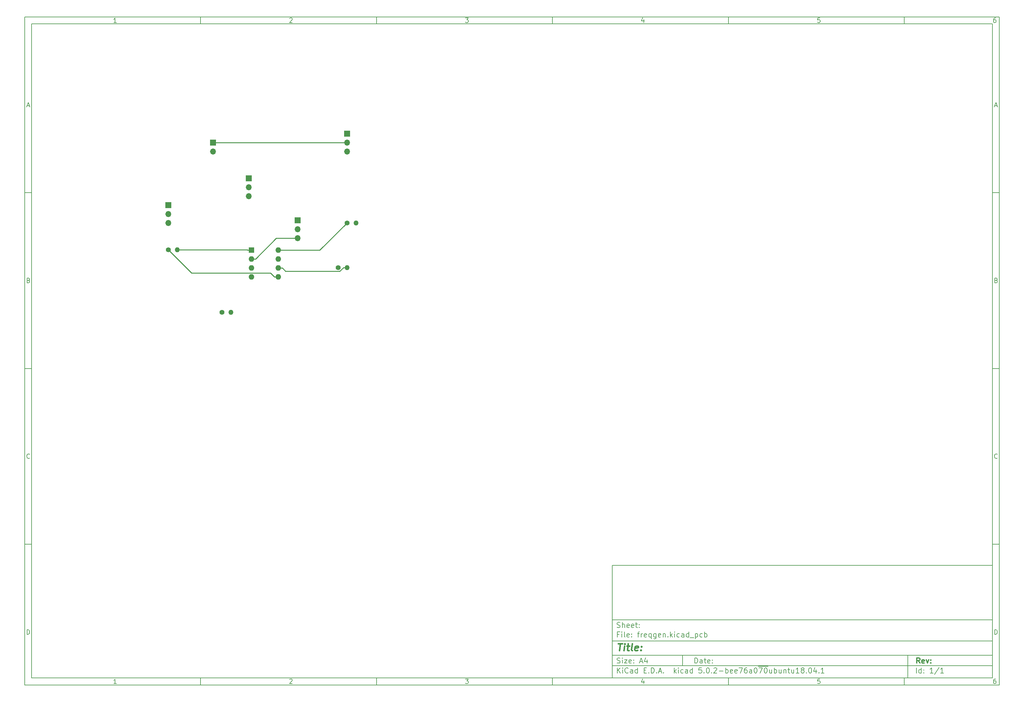
<source format=gbr>
G04 #@! TF.GenerationSoftware,KiCad,Pcbnew,5.0.2-bee76a0~70~ubuntu18.04.1*
G04 #@! TF.CreationDate,2019-03-06T00:53:48+05:30*
G04 #@! TF.ProjectId,freqgen,66726571-6765-46e2-9e6b-696361645f70,rev?*
G04 #@! TF.SameCoordinates,Original*
G04 #@! TF.FileFunction,Copper,L1,Top*
G04 #@! TF.FilePolarity,Positive*
%FSLAX46Y46*%
G04 Gerber Fmt 4.6, Leading zero omitted, Abs format (unit mm)*
G04 Created by KiCad (PCBNEW 5.0.2-bee76a0~70~ubuntu18.04.1) date Wed Mar  6 00:53:48 2019*
%MOMM*%
%LPD*%
G01*
G04 APERTURE LIST*
%ADD10C,0.100000*%
%ADD11C,0.150000*%
%ADD12C,0.300000*%
%ADD13C,0.400000*%
G04 #@! TA.AperFunction,ComponentPad*
%ADD14O,1.400000X1.400000*%
G04 #@! TD*
G04 #@! TA.AperFunction,ComponentPad*
%ADD15C,1.400000*%
G04 #@! TD*
G04 #@! TA.AperFunction,ComponentPad*
%ADD16O,1.700000X1.700000*%
G04 #@! TD*
G04 #@! TA.AperFunction,ComponentPad*
%ADD17R,1.700000X1.700000*%
G04 #@! TD*
G04 #@! TA.AperFunction,ComponentPad*
%ADD18R,1.600000X1.600000*%
G04 #@! TD*
G04 #@! TA.AperFunction,ComponentPad*
%ADD19O,1.600000X1.600000*%
G04 #@! TD*
G04 #@! TA.AperFunction,Conductor*
%ADD20C,0.250000*%
G04 #@! TD*
G04 APERTURE END LIST*
D10*
D11*
X177002200Y-166007200D02*
X177002200Y-198007200D01*
X285002200Y-198007200D01*
X285002200Y-166007200D01*
X177002200Y-166007200D01*
D10*
D11*
X10000000Y-10000000D02*
X10000000Y-200007200D01*
X287002200Y-200007200D01*
X287002200Y-10000000D01*
X10000000Y-10000000D01*
D10*
D11*
X12000000Y-12000000D02*
X12000000Y-198007200D01*
X285002200Y-198007200D01*
X285002200Y-12000000D01*
X12000000Y-12000000D01*
D10*
D11*
X60000000Y-12000000D02*
X60000000Y-10000000D01*
D10*
D11*
X110000000Y-12000000D02*
X110000000Y-10000000D01*
D10*
D11*
X160000000Y-12000000D02*
X160000000Y-10000000D01*
D10*
D11*
X210000000Y-12000000D02*
X210000000Y-10000000D01*
D10*
D11*
X260000000Y-12000000D02*
X260000000Y-10000000D01*
D10*
D11*
X36065476Y-11588095D02*
X35322619Y-11588095D01*
X35694047Y-11588095D02*
X35694047Y-10288095D01*
X35570238Y-10473809D01*
X35446428Y-10597619D01*
X35322619Y-10659523D01*
D10*
D11*
X85322619Y-10411904D02*
X85384523Y-10350000D01*
X85508333Y-10288095D01*
X85817857Y-10288095D01*
X85941666Y-10350000D01*
X86003571Y-10411904D01*
X86065476Y-10535714D01*
X86065476Y-10659523D01*
X86003571Y-10845238D01*
X85260714Y-11588095D01*
X86065476Y-11588095D01*
D10*
D11*
X135260714Y-10288095D02*
X136065476Y-10288095D01*
X135632142Y-10783333D01*
X135817857Y-10783333D01*
X135941666Y-10845238D01*
X136003571Y-10907142D01*
X136065476Y-11030952D01*
X136065476Y-11340476D01*
X136003571Y-11464285D01*
X135941666Y-11526190D01*
X135817857Y-11588095D01*
X135446428Y-11588095D01*
X135322619Y-11526190D01*
X135260714Y-11464285D01*
D10*
D11*
X185941666Y-10721428D02*
X185941666Y-11588095D01*
X185632142Y-10226190D02*
X185322619Y-11154761D01*
X186127380Y-11154761D01*
D10*
D11*
X236003571Y-10288095D02*
X235384523Y-10288095D01*
X235322619Y-10907142D01*
X235384523Y-10845238D01*
X235508333Y-10783333D01*
X235817857Y-10783333D01*
X235941666Y-10845238D01*
X236003571Y-10907142D01*
X236065476Y-11030952D01*
X236065476Y-11340476D01*
X236003571Y-11464285D01*
X235941666Y-11526190D01*
X235817857Y-11588095D01*
X235508333Y-11588095D01*
X235384523Y-11526190D01*
X235322619Y-11464285D01*
D10*
D11*
X285941666Y-10288095D02*
X285694047Y-10288095D01*
X285570238Y-10350000D01*
X285508333Y-10411904D01*
X285384523Y-10597619D01*
X285322619Y-10845238D01*
X285322619Y-11340476D01*
X285384523Y-11464285D01*
X285446428Y-11526190D01*
X285570238Y-11588095D01*
X285817857Y-11588095D01*
X285941666Y-11526190D01*
X286003571Y-11464285D01*
X286065476Y-11340476D01*
X286065476Y-11030952D01*
X286003571Y-10907142D01*
X285941666Y-10845238D01*
X285817857Y-10783333D01*
X285570238Y-10783333D01*
X285446428Y-10845238D01*
X285384523Y-10907142D01*
X285322619Y-11030952D01*
D10*
D11*
X60000000Y-198007200D02*
X60000000Y-200007200D01*
D10*
D11*
X110000000Y-198007200D02*
X110000000Y-200007200D01*
D10*
D11*
X160000000Y-198007200D02*
X160000000Y-200007200D01*
D10*
D11*
X210000000Y-198007200D02*
X210000000Y-200007200D01*
D10*
D11*
X260000000Y-198007200D02*
X260000000Y-200007200D01*
D10*
D11*
X36065476Y-199595295D02*
X35322619Y-199595295D01*
X35694047Y-199595295D02*
X35694047Y-198295295D01*
X35570238Y-198481009D01*
X35446428Y-198604819D01*
X35322619Y-198666723D01*
D10*
D11*
X85322619Y-198419104D02*
X85384523Y-198357200D01*
X85508333Y-198295295D01*
X85817857Y-198295295D01*
X85941666Y-198357200D01*
X86003571Y-198419104D01*
X86065476Y-198542914D01*
X86065476Y-198666723D01*
X86003571Y-198852438D01*
X85260714Y-199595295D01*
X86065476Y-199595295D01*
D10*
D11*
X135260714Y-198295295D02*
X136065476Y-198295295D01*
X135632142Y-198790533D01*
X135817857Y-198790533D01*
X135941666Y-198852438D01*
X136003571Y-198914342D01*
X136065476Y-199038152D01*
X136065476Y-199347676D01*
X136003571Y-199471485D01*
X135941666Y-199533390D01*
X135817857Y-199595295D01*
X135446428Y-199595295D01*
X135322619Y-199533390D01*
X135260714Y-199471485D01*
D10*
D11*
X185941666Y-198728628D02*
X185941666Y-199595295D01*
X185632142Y-198233390D02*
X185322619Y-199161961D01*
X186127380Y-199161961D01*
D10*
D11*
X236003571Y-198295295D02*
X235384523Y-198295295D01*
X235322619Y-198914342D01*
X235384523Y-198852438D01*
X235508333Y-198790533D01*
X235817857Y-198790533D01*
X235941666Y-198852438D01*
X236003571Y-198914342D01*
X236065476Y-199038152D01*
X236065476Y-199347676D01*
X236003571Y-199471485D01*
X235941666Y-199533390D01*
X235817857Y-199595295D01*
X235508333Y-199595295D01*
X235384523Y-199533390D01*
X235322619Y-199471485D01*
D10*
D11*
X285941666Y-198295295D02*
X285694047Y-198295295D01*
X285570238Y-198357200D01*
X285508333Y-198419104D01*
X285384523Y-198604819D01*
X285322619Y-198852438D01*
X285322619Y-199347676D01*
X285384523Y-199471485D01*
X285446428Y-199533390D01*
X285570238Y-199595295D01*
X285817857Y-199595295D01*
X285941666Y-199533390D01*
X286003571Y-199471485D01*
X286065476Y-199347676D01*
X286065476Y-199038152D01*
X286003571Y-198914342D01*
X285941666Y-198852438D01*
X285817857Y-198790533D01*
X285570238Y-198790533D01*
X285446428Y-198852438D01*
X285384523Y-198914342D01*
X285322619Y-199038152D01*
D10*
D11*
X10000000Y-60000000D02*
X12000000Y-60000000D01*
D10*
D11*
X10000000Y-110000000D02*
X12000000Y-110000000D01*
D10*
D11*
X10000000Y-160000000D02*
X12000000Y-160000000D01*
D10*
D11*
X10690476Y-35216666D02*
X11309523Y-35216666D01*
X10566666Y-35588095D02*
X11000000Y-34288095D01*
X11433333Y-35588095D01*
D10*
D11*
X11092857Y-84907142D02*
X11278571Y-84969047D01*
X11340476Y-85030952D01*
X11402380Y-85154761D01*
X11402380Y-85340476D01*
X11340476Y-85464285D01*
X11278571Y-85526190D01*
X11154761Y-85588095D01*
X10659523Y-85588095D01*
X10659523Y-84288095D01*
X11092857Y-84288095D01*
X11216666Y-84350000D01*
X11278571Y-84411904D01*
X11340476Y-84535714D01*
X11340476Y-84659523D01*
X11278571Y-84783333D01*
X11216666Y-84845238D01*
X11092857Y-84907142D01*
X10659523Y-84907142D01*
D10*
D11*
X11402380Y-135464285D02*
X11340476Y-135526190D01*
X11154761Y-135588095D01*
X11030952Y-135588095D01*
X10845238Y-135526190D01*
X10721428Y-135402380D01*
X10659523Y-135278571D01*
X10597619Y-135030952D01*
X10597619Y-134845238D01*
X10659523Y-134597619D01*
X10721428Y-134473809D01*
X10845238Y-134350000D01*
X11030952Y-134288095D01*
X11154761Y-134288095D01*
X11340476Y-134350000D01*
X11402380Y-134411904D01*
D10*
D11*
X10659523Y-185588095D02*
X10659523Y-184288095D01*
X10969047Y-184288095D01*
X11154761Y-184350000D01*
X11278571Y-184473809D01*
X11340476Y-184597619D01*
X11402380Y-184845238D01*
X11402380Y-185030952D01*
X11340476Y-185278571D01*
X11278571Y-185402380D01*
X11154761Y-185526190D01*
X10969047Y-185588095D01*
X10659523Y-185588095D01*
D10*
D11*
X287002200Y-60000000D02*
X285002200Y-60000000D01*
D10*
D11*
X287002200Y-110000000D02*
X285002200Y-110000000D01*
D10*
D11*
X287002200Y-160000000D02*
X285002200Y-160000000D01*
D10*
D11*
X285692676Y-35216666D02*
X286311723Y-35216666D01*
X285568866Y-35588095D02*
X286002200Y-34288095D01*
X286435533Y-35588095D01*
D10*
D11*
X286095057Y-84907142D02*
X286280771Y-84969047D01*
X286342676Y-85030952D01*
X286404580Y-85154761D01*
X286404580Y-85340476D01*
X286342676Y-85464285D01*
X286280771Y-85526190D01*
X286156961Y-85588095D01*
X285661723Y-85588095D01*
X285661723Y-84288095D01*
X286095057Y-84288095D01*
X286218866Y-84350000D01*
X286280771Y-84411904D01*
X286342676Y-84535714D01*
X286342676Y-84659523D01*
X286280771Y-84783333D01*
X286218866Y-84845238D01*
X286095057Y-84907142D01*
X285661723Y-84907142D01*
D10*
D11*
X286404580Y-135464285D02*
X286342676Y-135526190D01*
X286156961Y-135588095D01*
X286033152Y-135588095D01*
X285847438Y-135526190D01*
X285723628Y-135402380D01*
X285661723Y-135278571D01*
X285599819Y-135030952D01*
X285599819Y-134845238D01*
X285661723Y-134597619D01*
X285723628Y-134473809D01*
X285847438Y-134350000D01*
X286033152Y-134288095D01*
X286156961Y-134288095D01*
X286342676Y-134350000D01*
X286404580Y-134411904D01*
D10*
D11*
X285661723Y-185588095D02*
X285661723Y-184288095D01*
X285971247Y-184288095D01*
X286156961Y-184350000D01*
X286280771Y-184473809D01*
X286342676Y-184597619D01*
X286404580Y-184845238D01*
X286404580Y-185030952D01*
X286342676Y-185278571D01*
X286280771Y-185402380D01*
X286156961Y-185526190D01*
X285971247Y-185588095D01*
X285661723Y-185588095D01*
D10*
D11*
X200434342Y-193785771D02*
X200434342Y-192285771D01*
X200791485Y-192285771D01*
X201005771Y-192357200D01*
X201148628Y-192500057D01*
X201220057Y-192642914D01*
X201291485Y-192928628D01*
X201291485Y-193142914D01*
X201220057Y-193428628D01*
X201148628Y-193571485D01*
X201005771Y-193714342D01*
X200791485Y-193785771D01*
X200434342Y-193785771D01*
X202577200Y-193785771D02*
X202577200Y-193000057D01*
X202505771Y-192857200D01*
X202362914Y-192785771D01*
X202077200Y-192785771D01*
X201934342Y-192857200D01*
X202577200Y-193714342D02*
X202434342Y-193785771D01*
X202077200Y-193785771D01*
X201934342Y-193714342D01*
X201862914Y-193571485D01*
X201862914Y-193428628D01*
X201934342Y-193285771D01*
X202077200Y-193214342D01*
X202434342Y-193214342D01*
X202577200Y-193142914D01*
X203077200Y-192785771D02*
X203648628Y-192785771D01*
X203291485Y-192285771D02*
X203291485Y-193571485D01*
X203362914Y-193714342D01*
X203505771Y-193785771D01*
X203648628Y-193785771D01*
X204720057Y-193714342D02*
X204577200Y-193785771D01*
X204291485Y-193785771D01*
X204148628Y-193714342D01*
X204077200Y-193571485D01*
X204077200Y-193000057D01*
X204148628Y-192857200D01*
X204291485Y-192785771D01*
X204577200Y-192785771D01*
X204720057Y-192857200D01*
X204791485Y-193000057D01*
X204791485Y-193142914D01*
X204077200Y-193285771D01*
X205434342Y-193642914D02*
X205505771Y-193714342D01*
X205434342Y-193785771D01*
X205362914Y-193714342D01*
X205434342Y-193642914D01*
X205434342Y-193785771D01*
X205434342Y-192857200D02*
X205505771Y-192928628D01*
X205434342Y-193000057D01*
X205362914Y-192928628D01*
X205434342Y-192857200D01*
X205434342Y-193000057D01*
D10*
D11*
X177002200Y-194507200D02*
X285002200Y-194507200D01*
D10*
D11*
X178434342Y-196585771D02*
X178434342Y-195085771D01*
X179291485Y-196585771D02*
X178648628Y-195728628D01*
X179291485Y-195085771D02*
X178434342Y-195942914D01*
X179934342Y-196585771D02*
X179934342Y-195585771D01*
X179934342Y-195085771D02*
X179862914Y-195157200D01*
X179934342Y-195228628D01*
X180005771Y-195157200D01*
X179934342Y-195085771D01*
X179934342Y-195228628D01*
X181505771Y-196442914D02*
X181434342Y-196514342D01*
X181220057Y-196585771D01*
X181077200Y-196585771D01*
X180862914Y-196514342D01*
X180720057Y-196371485D01*
X180648628Y-196228628D01*
X180577200Y-195942914D01*
X180577200Y-195728628D01*
X180648628Y-195442914D01*
X180720057Y-195300057D01*
X180862914Y-195157200D01*
X181077200Y-195085771D01*
X181220057Y-195085771D01*
X181434342Y-195157200D01*
X181505771Y-195228628D01*
X182791485Y-196585771D02*
X182791485Y-195800057D01*
X182720057Y-195657200D01*
X182577200Y-195585771D01*
X182291485Y-195585771D01*
X182148628Y-195657200D01*
X182791485Y-196514342D02*
X182648628Y-196585771D01*
X182291485Y-196585771D01*
X182148628Y-196514342D01*
X182077200Y-196371485D01*
X182077200Y-196228628D01*
X182148628Y-196085771D01*
X182291485Y-196014342D01*
X182648628Y-196014342D01*
X182791485Y-195942914D01*
X184148628Y-196585771D02*
X184148628Y-195085771D01*
X184148628Y-196514342D02*
X184005771Y-196585771D01*
X183720057Y-196585771D01*
X183577200Y-196514342D01*
X183505771Y-196442914D01*
X183434342Y-196300057D01*
X183434342Y-195871485D01*
X183505771Y-195728628D01*
X183577200Y-195657200D01*
X183720057Y-195585771D01*
X184005771Y-195585771D01*
X184148628Y-195657200D01*
X186005771Y-195800057D02*
X186505771Y-195800057D01*
X186720057Y-196585771D02*
X186005771Y-196585771D01*
X186005771Y-195085771D01*
X186720057Y-195085771D01*
X187362914Y-196442914D02*
X187434342Y-196514342D01*
X187362914Y-196585771D01*
X187291485Y-196514342D01*
X187362914Y-196442914D01*
X187362914Y-196585771D01*
X188077200Y-196585771D02*
X188077200Y-195085771D01*
X188434342Y-195085771D01*
X188648628Y-195157200D01*
X188791485Y-195300057D01*
X188862914Y-195442914D01*
X188934342Y-195728628D01*
X188934342Y-195942914D01*
X188862914Y-196228628D01*
X188791485Y-196371485D01*
X188648628Y-196514342D01*
X188434342Y-196585771D01*
X188077200Y-196585771D01*
X189577200Y-196442914D02*
X189648628Y-196514342D01*
X189577200Y-196585771D01*
X189505771Y-196514342D01*
X189577200Y-196442914D01*
X189577200Y-196585771D01*
X190220057Y-196157200D02*
X190934342Y-196157200D01*
X190077200Y-196585771D02*
X190577200Y-195085771D01*
X191077200Y-196585771D01*
X191577200Y-196442914D02*
X191648628Y-196514342D01*
X191577200Y-196585771D01*
X191505771Y-196514342D01*
X191577200Y-196442914D01*
X191577200Y-196585771D01*
X194577200Y-196585771D02*
X194577200Y-195085771D01*
X194720057Y-196014342D02*
X195148628Y-196585771D01*
X195148628Y-195585771D02*
X194577200Y-196157200D01*
X195791485Y-196585771D02*
X195791485Y-195585771D01*
X195791485Y-195085771D02*
X195720057Y-195157200D01*
X195791485Y-195228628D01*
X195862914Y-195157200D01*
X195791485Y-195085771D01*
X195791485Y-195228628D01*
X197148628Y-196514342D02*
X197005771Y-196585771D01*
X196720057Y-196585771D01*
X196577200Y-196514342D01*
X196505771Y-196442914D01*
X196434342Y-196300057D01*
X196434342Y-195871485D01*
X196505771Y-195728628D01*
X196577200Y-195657200D01*
X196720057Y-195585771D01*
X197005771Y-195585771D01*
X197148628Y-195657200D01*
X198434342Y-196585771D02*
X198434342Y-195800057D01*
X198362914Y-195657200D01*
X198220057Y-195585771D01*
X197934342Y-195585771D01*
X197791485Y-195657200D01*
X198434342Y-196514342D02*
X198291485Y-196585771D01*
X197934342Y-196585771D01*
X197791485Y-196514342D01*
X197720057Y-196371485D01*
X197720057Y-196228628D01*
X197791485Y-196085771D01*
X197934342Y-196014342D01*
X198291485Y-196014342D01*
X198434342Y-195942914D01*
X199791485Y-196585771D02*
X199791485Y-195085771D01*
X199791485Y-196514342D02*
X199648628Y-196585771D01*
X199362914Y-196585771D01*
X199220057Y-196514342D01*
X199148628Y-196442914D01*
X199077200Y-196300057D01*
X199077200Y-195871485D01*
X199148628Y-195728628D01*
X199220057Y-195657200D01*
X199362914Y-195585771D01*
X199648628Y-195585771D01*
X199791485Y-195657200D01*
X202362914Y-195085771D02*
X201648628Y-195085771D01*
X201577200Y-195800057D01*
X201648628Y-195728628D01*
X201791485Y-195657200D01*
X202148628Y-195657200D01*
X202291485Y-195728628D01*
X202362914Y-195800057D01*
X202434342Y-195942914D01*
X202434342Y-196300057D01*
X202362914Y-196442914D01*
X202291485Y-196514342D01*
X202148628Y-196585771D01*
X201791485Y-196585771D01*
X201648628Y-196514342D01*
X201577200Y-196442914D01*
X203077200Y-196442914D02*
X203148628Y-196514342D01*
X203077200Y-196585771D01*
X203005771Y-196514342D01*
X203077200Y-196442914D01*
X203077200Y-196585771D01*
X204077200Y-195085771D02*
X204220057Y-195085771D01*
X204362914Y-195157200D01*
X204434342Y-195228628D01*
X204505771Y-195371485D01*
X204577200Y-195657200D01*
X204577200Y-196014342D01*
X204505771Y-196300057D01*
X204434342Y-196442914D01*
X204362914Y-196514342D01*
X204220057Y-196585771D01*
X204077200Y-196585771D01*
X203934342Y-196514342D01*
X203862914Y-196442914D01*
X203791485Y-196300057D01*
X203720057Y-196014342D01*
X203720057Y-195657200D01*
X203791485Y-195371485D01*
X203862914Y-195228628D01*
X203934342Y-195157200D01*
X204077200Y-195085771D01*
X205220057Y-196442914D02*
X205291485Y-196514342D01*
X205220057Y-196585771D01*
X205148628Y-196514342D01*
X205220057Y-196442914D01*
X205220057Y-196585771D01*
X205862914Y-195228628D02*
X205934342Y-195157200D01*
X206077200Y-195085771D01*
X206434342Y-195085771D01*
X206577200Y-195157200D01*
X206648628Y-195228628D01*
X206720057Y-195371485D01*
X206720057Y-195514342D01*
X206648628Y-195728628D01*
X205791485Y-196585771D01*
X206720057Y-196585771D01*
X207362914Y-196014342D02*
X208505771Y-196014342D01*
X209220057Y-196585771D02*
X209220057Y-195085771D01*
X209220057Y-195657200D02*
X209362914Y-195585771D01*
X209648628Y-195585771D01*
X209791485Y-195657200D01*
X209862914Y-195728628D01*
X209934342Y-195871485D01*
X209934342Y-196300057D01*
X209862914Y-196442914D01*
X209791485Y-196514342D01*
X209648628Y-196585771D01*
X209362914Y-196585771D01*
X209220057Y-196514342D01*
X211148628Y-196514342D02*
X211005771Y-196585771D01*
X210720057Y-196585771D01*
X210577200Y-196514342D01*
X210505771Y-196371485D01*
X210505771Y-195800057D01*
X210577200Y-195657200D01*
X210720057Y-195585771D01*
X211005771Y-195585771D01*
X211148628Y-195657200D01*
X211220057Y-195800057D01*
X211220057Y-195942914D01*
X210505771Y-196085771D01*
X212434342Y-196514342D02*
X212291485Y-196585771D01*
X212005771Y-196585771D01*
X211862914Y-196514342D01*
X211791485Y-196371485D01*
X211791485Y-195800057D01*
X211862914Y-195657200D01*
X212005771Y-195585771D01*
X212291485Y-195585771D01*
X212434342Y-195657200D01*
X212505771Y-195800057D01*
X212505771Y-195942914D01*
X211791485Y-196085771D01*
X213005771Y-195085771D02*
X214005771Y-195085771D01*
X213362914Y-196585771D01*
X215220057Y-195085771D02*
X214934342Y-195085771D01*
X214791485Y-195157200D01*
X214720057Y-195228628D01*
X214577200Y-195442914D01*
X214505771Y-195728628D01*
X214505771Y-196300057D01*
X214577200Y-196442914D01*
X214648628Y-196514342D01*
X214791485Y-196585771D01*
X215077200Y-196585771D01*
X215220057Y-196514342D01*
X215291485Y-196442914D01*
X215362914Y-196300057D01*
X215362914Y-195942914D01*
X215291485Y-195800057D01*
X215220057Y-195728628D01*
X215077200Y-195657200D01*
X214791485Y-195657200D01*
X214648628Y-195728628D01*
X214577200Y-195800057D01*
X214505771Y-195942914D01*
X216648628Y-196585771D02*
X216648628Y-195800057D01*
X216577200Y-195657200D01*
X216434342Y-195585771D01*
X216148628Y-195585771D01*
X216005771Y-195657200D01*
X216648628Y-196514342D02*
X216505771Y-196585771D01*
X216148628Y-196585771D01*
X216005771Y-196514342D01*
X215934342Y-196371485D01*
X215934342Y-196228628D01*
X216005771Y-196085771D01*
X216148628Y-196014342D01*
X216505771Y-196014342D01*
X216648628Y-195942914D01*
X217648628Y-195085771D02*
X217791485Y-195085771D01*
X217934342Y-195157200D01*
X218005771Y-195228628D01*
X218077200Y-195371485D01*
X218148628Y-195657200D01*
X218148628Y-196014342D01*
X218077200Y-196300057D01*
X218005771Y-196442914D01*
X217934342Y-196514342D01*
X217791485Y-196585771D01*
X217648628Y-196585771D01*
X217505771Y-196514342D01*
X217434342Y-196442914D01*
X217362914Y-196300057D01*
X217291485Y-196014342D01*
X217291485Y-195657200D01*
X217362914Y-195371485D01*
X217434342Y-195228628D01*
X217505771Y-195157200D01*
X217648628Y-195085771D01*
X218434342Y-194677200D02*
X219862914Y-194677200D01*
X218648628Y-195085771D02*
X219648628Y-195085771D01*
X219005771Y-196585771D01*
X219862914Y-194677200D02*
X221291485Y-194677200D01*
X220505771Y-195085771D02*
X220648628Y-195085771D01*
X220791485Y-195157200D01*
X220862914Y-195228628D01*
X220934342Y-195371485D01*
X221005771Y-195657200D01*
X221005771Y-196014342D01*
X220934342Y-196300057D01*
X220862914Y-196442914D01*
X220791485Y-196514342D01*
X220648628Y-196585771D01*
X220505771Y-196585771D01*
X220362914Y-196514342D01*
X220291485Y-196442914D01*
X220220057Y-196300057D01*
X220148628Y-196014342D01*
X220148628Y-195657200D01*
X220220057Y-195371485D01*
X220291485Y-195228628D01*
X220362914Y-195157200D01*
X220505771Y-195085771D01*
X222291485Y-195585771D02*
X222291485Y-196585771D01*
X221648628Y-195585771D02*
X221648628Y-196371485D01*
X221720057Y-196514342D01*
X221862914Y-196585771D01*
X222077200Y-196585771D01*
X222220057Y-196514342D01*
X222291485Y-196442914D01*
X223005771Y-196585771D02*
X223005771Y-195085771D01*
X223005771Y-195657200D02*
X223148628Y-195585771D01*
X223434342Y-195585771D01*
X223577200Y-195657200D01*
X223648628Y-195728628D01*
X223720057Y-195871485D01*
X223720057Y-196300057D01*
X223648628Y-196442914D01*
X223577200Y-196514342D01*
X223434342Y-196585771D01*
X223148628Y-196585771D01*
X223005771Y-196514342D01*
X225005771Y-195585771D02*
X225005771Y-196585771D01*
X224362914Y-195585771D02*
X224362914Y-196371485D01*
X224434342Y-196514342D01*
X224577200Y-196585771D01*
X224791485Y-196585771D01*
X224934342Y-196514342D01*
X225005771Y-196442914D01*
X225720057Y-195585771D02*
X225720057Y-196585771D01*
X225720057Y-195728628D02*
X225791485Y-195657200D01*
X225934342Y-195585771D01*
X226148628Y-195585771D01*
X226291485Y-195657200D01*
X226362914Y-195800057D01*
X226362914Y-196585771D01*
X226862914Y-195585771D02*
X227434342Y-195585771D01*
X227077200Y-195085771D02*
X227077200Y-196371485D01*
X227148628Y-196514342D01*
X227291485Y-196585771D01*
X227434342Y-196585771D01*
X228577200Y-195585771D02*
X228577200Y-196585771D01*
X227934342Y-195585771D02*
X227934342Y-196371485D01*
X228005771Y-196514342D01*
X228148628Y-196585771D01*
X228362914Y-196585771D01*
X228505771Y-196514342D01*
X228577200Y-196442914D01*
X230077200Y-196585771D02*
X229220057Y-196585771D01*
X229648628Y-196585771D02*
X229648628Y-195085771D01*
X229505771Y-195300057D01*
X229362914Y-195442914D01*
X229220057Y-195514342D01*
X230934342Y-195728628D02*
X230791485Y-195657200D01*
X230720057Y-195585771D01*
X230648628Y-195442914D01*
X230648628Y-195371485D01*
X230720057Y-195228628D01*
X230791485Y-195157200D01*
X230934342Y-195085771D01*
X231220057Y-195085771D01*
X231362914Y-195157200D01*
X231434342Y-195228628D01*
X231505771Y-195371485D01*
X231505771Y-195442914D01*
X231434342Y-195585771D01*
X231362914Y-195657200D01*
X231220057Y-195728628D01*
X230934342Y-195728628D01*
X230791485Y-195800057D01*
X230720057Y-195871485D01*
X230648628Y-196014342D01*
X230648628Y-196300057D01*
X230720057Y-196442914D01*
X230791485Y-196514342D01*
X230934342Y-196585771D01*
X231220057Y-196585771D01*
X231362914Y-196514342D01*
X231434342Y-196442914D01*
X231505771Y-196300057D01*
X231505771Y-196014342D01*
X231434342Y-195871485D01*
X231362914Y-195800057D01*
X231220057Y-195728628D01*
X232148628Y-196442914D02*
X232220057Y-196514342D01*
X232148628Y-196585771D01*
X232077200Y-196514342D01*
X232148628Y-196442914D01*
X232148628Y-196585771D01*
X233148628Y-195085771D02*
X233291485Y-195085771D01*
X233434342Y-195157200D01*
X233505771Y-195228628D01*
X233577200Y-195371485D01*
X233648628Y-195657200D01*
X233648628Y-196014342D01*
X233577200Y-196300057D01*
X233505771Y-196442914D01*
X233434342Y-196514342D01*
X233291485Y-196585771D01*
X233148628Y-196585771D01*
X233005771Y-196514342D01*
X232934342Y-196442914D01*
X232862914Y-196300057D01*
X232791485Y-196014342D01*
X232791485Y-195657200D01*
X232862914Y-195371485D01*
X232934342Y-195228628D01*
X233005771Y-195157200D01*
X233148628Y-195085771D01*
X234934342Y-195585771D02*
X234934342Y-196585771D01*
X234577200Y-195014342D02*
X234220057Y-196085771D01*
X235148628Y-196085771D01*
X235720057Y-196442914D02*
X235791485Y-196514342D01*
X235720057Y-196585771D01*
X235648628Y-196514342D01*
X235720057Y-196442914D01*
X235720057Y-196585771D01*
X237220057Y-196585771D02*
X236362914Y-196585771D01*
X236791485Y-196585771D02*
X236791485Y-195085771D01*
X236648628Y-195300057D01*
X236505771Y-195442914D01*
X236362914Y-195514342D01*
D10*
D11*
X177002200Y-191507200D02*
X285002200Y-191507200D01*
D10*
D12*
X264411485Y-193785771D02*
X263911485Y-193071485D01*
X263554342Y-193785771D02*
X263554342Y-192285771D01*
X264125771Y-192285771D01*
X264268628Y-192357200D01*
X264340057Y-192428628D01*
X264411485Y-192571485D01*
X264411485Y-192785771D01*
X264340057Y-192928628D01*
X264268628Y-193000057D01*
X264125771Y-193071485D01*
X263554342Y-193071485D01*
X265625771Y-193714342D02*
X265482914Y-193785771D01*
X265197200Y-193785771D01*
X265054342Y-193714342D01*
X264982914Y-193571485D01*
X264982914Y-193000057D01*
X265054342Y-192857200D01*
X265197200Y-192785771D01*
X265482914Y-192785771D01*
X265625771Y-192857200D01*
X265697200Y-193000057D01*
X265697200Y-193142914D01*
X264982914Y-193285771D01*
X266197200Y-192785771D02*
X266554342Y-193785771D01*
X266911485Y-192785771D01*
X267482914Y-193642914D02*
X267554342Y-193714342D01*
X267482914Y-193785771D01*
X267411485Y-193714342D01*
X267482914Y-193642914D01*
X267482914Y-193785771D01*
X267482914Y-192857200D02*
X267554342Y-192928628D01*
X267482914Y-193000057D01*
X267411485Y-192928628D01*
X267482914Y-192857200D01*
X267482914Y-193000057D01*
D10*
D11*
X178362914Y-193714342D02*
X178577200Y-193785771D01*
X178934342Y-193785771D01*
X179077200Y-193714342D01*
X179148628Y-193642914D01*
X179220057Y-193500057D01*
X179220057Y-193357200D01*
X179148628Y-193214342D01*
X179077200Y-193142914D01*
X178934342Y-193071485D01*
X178648628Y-193000057D01*
X178505771Y-192928628D01*
X178434342Y-192857200D01*
X178362914Y-192714342D01*
X178362914Y-192571485D01*
X178434342Y-192428628D01*
X178505771Y-192357200D01*
X178648628Y-192285771D01*
X179005771Y-192285771D01*
X179220057Y-192357200D01*
X179862914Y-193785771D02*
X179862914Y-192785771D01*
X179862914Y-192285771D02*
X179791485Y-192357200D01*
X179862914Y-192428628D01*
X179934342Y-192357200D01*
X179862914Y-192285771D01*
X179862914Y-192428628D01*
X180434342Y-192785771D02*
X181220057Y-192785771D01*
X180434342Y-193785771D01*
X181220057Y-193785771D01*
X182362914Y-193714342D02*
X182220057Y-193785771D01*
X181934342Y-193785771D01*
X181791485Y-193714342D01*
X181720057Y-193571485D01*
X181720057Y-193000057D01*
X181791485Y-192857200D01*
X181934342Y-192785771D01*
X182220057Y-192785771D01*
X182362914Y-192857200D01*
X182434342Y-193000057D01*
X182434342Y-193142914D01*
X181720057Y-193285771D01*
X183077200Y-193642914D02*
X183148628Y-193714342D01*
X183077200Y-193785771D01*
X183005771Y-193714342D01*
X183077200Y-193642914D01*
X183077200Y-193785771D01*
X183077200Y-192857200D02*
X183148628Y-192928628D01*
X183077200Y-193000057D01*
X183005771Y-192928628D01*
X183077200Y-192857200D01*
X183077200Y-193000057D01*
X184862914Y-193357200D02*
X185577200Y-193357200D01*
X184720057Y-193785771D02*
X185220057Y-192285771D01*
X185720057Y-193785771D01*
X186862914Y-192785771D02*
X186862914Y-193785771D01*
X186505771Y-192214342D02*
X186148628Y-193285771D01*
X187077200Y-193285771D01*
D10*
D11*
X263434342Y-196585771D02*
X263434342Y-195085771D01*
X264791485Y-196585771D02*
X264791485Y-195085771D01*
X264791485Y-196514342D02*
X264648628Y-196585771D01*
X264362914Y-196585771D01*
X264220057Y-196514342D01*
X264148628Y-196442914D01*
X264077200Y-196300057D01*
X264077200Y-195871485D01*
X264148628Y-195728628D01*
X264220057Y-195657200D01*
X264362914Y-195585771D01*
X264648628Y-195585771D01*
X264791485Y-195657200D01*
X265505771Y-196442914D02*
X265577200Y-196514342D01*
X265505771Y-196585771D01*
X265434342Y-196514342D01*
X265505771Y-196442914D01*
X265505771Y-196585771D01*
X265505771Y-195657200D02*
X265577200Y-195728628D01*
X265505771Y-195800057D01*
X265434342Y-195728628D01*
X265505771Y-195657200D01*
X265505771Y-195800057D01*
X268148628Y-196585771D02*
X267291485Y-196585771D01*
X267720057Y-196585771D02*
X267720057Y-195085771D01*
X267577200Y-195300057D01*
X267434342Y-195442914D01*
X267291485Y-195514342D01*
X269862914Y-195014342D02*
X268577200Y-196942914D01*
X271148628Y-196585771D02*
X270291485Y-196585771D01*
X270720057Y-196585771D02*
X270720057Y-195085771D01*
X270577200Y-195300057D01*
X270434342Y-195442914D01*
X270291485Y-195514342D01*
D10*
D11*
X177002200Y-187507200D02*
X285002200Y-187507200D01*
D10*
D13*
X178714580Y-188211961D02*
X179857438Y-188211961D01*
X179036009Y-190211961D02*
X179286009Y-188211961D01*
X180274104Y-190211961D02*
X180440771Y-188878628D01*
X180524104Y-188211961D02*
X180416961Y-188307200D01*
X180500295Y-188402438D01*
X180607438Y-188307200D01*
X180524104Y-188211961D01*
X180500295Y-188402438D01*
X181107438Y-188878628D02*
X181869342Y-188878628D01*
X181476485Y-188211961D02*
X181262200Y-189926247D01*
X181333628Y-190116723D01*
X181512200Y-190211961D01*
X181702676Y-190211961D01*
X182655057Y-190211961D02*
X182476485Y-190116723D01*
X182405057Y-189926247D01*
X182619342Y-188211961D01*
X184190771Y-190116723D02*
X183988390Y-190211961D01*
X183607438Y-190211961D01*
X183428866Y-190116723D01*
X183357438Y-189926247D01*
X183452676Y-189164342D01*
X183571723Y-188973866D01*
X183774104Y-188878628D01*
X184155057Y-188878628D01*
X184333628Y-188973866D01*
X184405057Y-189164342D01*
X184381247Y-189354819D01*
X183405057Y-189545295D01*
X185155057Y-190021485D02*
X185238390Y-190116723D01*
X185131247Y-190211961D01*
X185047914Y-190116723D01*
X185155057Y-190021485D01*
X185131247Y-190211961D01*
X185286009Y-188973866D02*
X185369342Y-189069104D01*
X185262200Y-189164342D01*
X185178866Y-189069104D01*
X185286009Y-188973866D01*
X185262200Y-189164342D01*
D10*
D11*
X178934342Y-185600057D02*
X178434342Y-185600057D01*
X178434342Y-186385771D02*
X178434342Y-184885771D01*
X179148628Y-184885771D01*
X179720057Y-186385771D02*
X179720057Y-185385771D01*
X179720057Y-184885771D02*
X179648628Y-184957200D01*
X179720057Y-185028628D01*
X179791485Y-184957200D01*
X179720057Y-184885771D01*
X179720057Y-185028628D01*
X180648628Y-186385771D02*
X180505771Y-186314342D01*
X180434342Y-186171485D01*
X180434342Y-184885771D01*
X181791485Y-186314342D02*
X181648628Y-186385771D01*
X181362914Y-186385771D01*
X181220057Y-186314342D01*
X181148628Y-186171485D01*
X181148628Y-185600057D01*
X181220057Y-185457200D01*
X181362914Y-185385771D01*
X181648628Y-185385771D01*
X181791485Y-185457200D01*
X181862914Y-185600057D01*
X181862914Y-185742914D01*
X181148628Y-185885771D01*
X182505771Y-186242914D02*
X182577200Y-186314342D01*
X182505771Y-186385771D01*
X182434342Y-186314342D01*
X182505771Y-186242914D01*
X182505771Y-186385771D01*
X182505771Y-185457200D02*
X182577200Y-185528628D01*
X182505771Y-185600057D01*
X182434342Y-185528628D01*
X182505771Y-185457200D01*
X182505771Y-185600057D01*
X184148628Y-185385771D02*
X184720057Y-185385771D01*
X184362914Y-186385771D02*
X184362914Y-185100057D01*
X184434342Y-184957200D01*
X184577200Y-184885771D01*
X184720057Y-184885771D01*
X185220057Y-186385771D02*
X185220057Y-185385771D01*
X185220057Y-185671485D02*
X185291485Y-185528628D01*
X185362914Y-185457200D01*
X185505771Y-185385771D01*
X185648628Y-185385771D01*
X186720057Y-186314342D02*
X186577200Y-186385771D01*
X186291485Y-186385771D01*
X186148628Y-186314342D01*
X186077200Y-186171485D01*
X186077200Y-185600057D01*
X186148628Y-185457200D01*
X186291485Y-185385771D01*
X186577200Y-185385771D01*
X186720057Y-185457200D01*
X186791485Y-185600057D01*
X186791485Y-185742914D01*
X186077200Y-185885771D01*
X188077200Y-185385771D02*
X188077200Y-186885771D01*
X188077200Y-186314342D02*
X187934342Y-186385771D01*
X187648628Y-186385771D01*
X187505771Y-186314342D01*
X187434342Y-186242914D01*
X187362914Y-186100057D01*
X187362914Y-185671485D01*
X187434342Y-185528628D01*
X187505771Y-185457200D01*
X187648628Y-185385771D01*
X187934342Y-185385771D01*
X188077200Y-185457200D01*
X189434342Y-185385771D02*
X189434342Y-186600057D01*
X189362914Y-186742914D01*
X189291485Y-186814342D01*
X189148628Y-186885771D01*
X188934342Y-186885771D01*
X188791485Y-186814342D01*
X189434342Y-186314342D02*
X189291485Y-186385771D01*
X189005771Y-186385771D01*
X188862914Y-186314342D01*
X188791485Y-186242914D01*
X188720057Y-186100057D01*
X188720057Y-185671485D01*
X188791485Y-185528628D01*
X188862914Y-185457200D01*
X189005771Y-185385771D01*
X189291485Y-185385771D01*
X189434342Y-185457200D01*
X190720057Y-186314342D02*
X190577200Y-186385771D01*
X190291485Y-186385771D01*
X190148628Y-186314342D01*
X190077200Y-186171485D01*
X190077200Y-185600057D01*
X190148628Y-185457200D01*
X190291485Y-185385771D01*
X190577200Y-185385771D01*
X190720057Y-185457200D01*
X190791485Y-185600057D01*
X190791485Y-185742914D01*
X190077200Y-185885771D01*
X191434342Y-185385771D02*
X191434342Y-186385771D01*
X191434342Y-185528628D02*
X191505771Y-185457200D01*
X191648628Y-185385771D01*
X191862914Y-185385771D01*
X192005771Y-185457200D01*
X192077200Y-185600057D01*
X192077200Y-186385771D01*
X192791485Y-186242914D02*
X192862914Y-186314342D01*
X192791485Y-186385771D01*
X192720057Y-186314342D01*
X192791485Y-186242914D01*
X192791485Y-186385771D01*
X193505771Y-186385771D02*
X193505771Y-184885771D01*
X193648628Y-185814342D02*
X194077200Y-186385771D01*
X194077200Y-185385771D02*
X193505771Y-185957200D01*
X194720057Y-186385771D02*
X194720057Y-185385771D01*
X194720057Y-184885771D02*
X194648628Y-184957200D01*
X194720057Y-185028628D01*
X194791485Y-184957200D01*
X194720057Y-184885771D01*
X194720057Y-185028628D01*
X196077200Y-186314342D02*
X195934342Y-186385771D01*
X195648628Y-186385771D01*
X195505771Y-186314342D01*
X195434342Y-186242914D01*
X195362914Y-186100057D01*
X195362914Y-185671485D01*
X195434342Y-185528628D01*
X195505771Y-185457200D01*
X195648628Y-185385771D01*
X195934342Y-185385771D01*
X196077200Y-185457200D01*
X197362914Y-186385771D02*
X197362914Y-185600057D01*
X197291485Y-185457200D01*
X197148628Y-185385771D01*
X196862914Y-185385771D01*
X196720057Y-185457200D01*
X197362914Y-186314342D02*
X197220057Y-186385771D01*
X196862914Y-186385771D01*
X196720057Y-186314342D01*
X196648628Y-186171485D01*
X196648628Y-186028628D01*
X196720057Y-185885771D01*
X196862914Y-185814342D01*
X197220057Y-185814342D01*
X197362914Y-185742914D01*
X198720057Y-186385771D02*
X198720057Y-184885771D01*
X198720057Y-186314342D02*
X198577200Y-186385771D01*
X198291485Y-186385771D01*
X198148628Y-186314342D01*
X198077200Y-186242914D01*
X198005771Y-186100057D01*
X198005771Y-185671485D01*
X198077200Y-185528628D01*
X198148628Y-185457200D01*
X198291485Y-185385771D01*
X198577200Y-185385771D01*
X198720057Y-185457200D01*
X199077200Y-186528628D02*
X200220057Y-186528628D01*
X200577200Y-185385771D02*
X200577200Y-186885771D01*
X200577200Y-185457200D02*
X200720057Y-185385771D01*
X201005771Y-185385771D01*
X201148628Y-185457200D01*
X201220057Y-185528628D01*
X201291485Y-185671485D01*
X201291485Y-186100057D01*
X201220057Y-186242914D01*
X201148628Y-186314342D01*
X201005771Y-186385771D01*
X200720057Y-186385771D01*
X200577200Y-186314342D01*
X202577200Y-186314342D02*
X202434342Y-186385771D01*
X202148628Y-186385771D01*
X202005771Y-186314342D01*
X201934342Y-186242914D01*
X201862914Y-186100057D01*
X201862914Y-185671485D01*
X201934342Y-185528628D01*
X202005771Y-185457200D01*
X202148628Y-185385771D01*
X202434342Y-185385771D01*
X202577200Y-185457200D01*
X203220057Y-186385771D02*
X203220057Y-184885771D01*
X203220057Y-185457200D02*
X203362914Y-185385771D01*
X203648628Y-185385771D01*
X203791485Y-185457200D01*
X203862914Y-185528628D01*
X203934342Y-185671485D01*
X203934342Y-186100057D01*
X203862914Y-186242914D01*
X203791485Y-186314342D01*
X203648628Y-186385771D01*
X203362914Y-186385771D01*
X203220057Y-186314342D01*
D10*
D11*
X177002200Y-181507200D02*
X285002200Y-181507200D01*
D10*
D11*
X178362914Y-183614342D02*
X178577200Y-183685771D01*
X178934342Y-183685771D01*
X179077200Y-183614342D01*
X179148628Y-183542914D01*
X179220057Y-183400057D01*
X179220057Y-183257200D01*
X179148628Y-183114342D01*
X179077200Y-183042914D01*
X178934342Y-182971485D01*
X178648628Y-182900057D01*
X178505771Y-182828628D01*
X178434342Y-182757200D01*
X178362914Y-182614342D01*
X178362914Y-182471485D01*
X178434342Y-182328628D01*
X178505771Y-182257200D01*
X178648628Y-182185771D01*
X179005771Y-182185771D01*
X179220057Y-182257200D01*
X179862914Y-183685771D02*
X179862914Y-182185771D01*
X180505771Y-183685771D02*
X180505771Y-182900057D01*
X180434342Y-182757200D01*
X180291485Y-182685771D01*
X180077200Y-182685771D01*
X179934342Y-182757200D01*
X179862914Y-182828628D01*
X181791485Y-183614342D02*
X181648628Y-183685771D01*
X181362914Y-183685771D01*
X181220057Y-183614342D01*
X181148628Y-183471485D01*
X181148628Y-182900057D01*
X181220057Y-182757200D01*
X181362914Y-182685771D01*
X181648628Y-182685771D01*
X181791485Y-182757200D01*
X181862914Y-182900057D01*
X181862914Y-183042914D01*
X181148628Y-183185771D01*
X183077200Y-183614342D02*
X182934342Y-183685771D01*
X182648628Y-183685771D01*
X182505771Y-183614342D01*
X182434342Y-183471485D01*
X182434342Y-182900057D01*
X182505771Y-182757200D01*
X182648628Y-182685771D01*
X182934342Y-182685771D01*
X183077200Y-182757200D01*
X183148628Y-182900057D01*
X183148628Y-183042914D01*
X182434342Y-183185771D01*
X183577200Y-182685771D02*
X184148628Y-182685771D01*
X183791485Y-182185771D02*
X183791485Y-183471485D01*
X183862914Y-183614342D01*
X184005771Y-183685771D01*
X184148628Y-183685771D01*
X184648628Y-183542914D02*
X184720057Y-183614342D01*
X184648628Y-183685771D01*
X184577200Y-183614342D01*
X184648628Y-183542914D01*
X184648628Y-183685771D01*
X184648628Y-182757200D02*
X184720057Y-182828628D01*
X184648628Y-182900057D01*
X184577200Y-182828628D01*
X184648628Y-182757200D01*
X184648628Y-182900057D01*
D10*
D11*
X197002200Y-191507200D02*
X197002200Y-194507200D01*
D10*
D11*
X261002200Y-191507200D02*
X261002200Y-198007200D01*
D14*
G04 #@! TO.P,C1,2*
G04 #@! TO.N,Net-(C1-Pad2)*
X53340000Y-76200000D03*
D15*
G04 #@! TO.P,C1,1*
G04 #@! TO.N,Net-(C1-Pad1)*
X50800000Y-76200000D03*
G04 #@! TD*
G04 #@! TO.P,C2,1*
G04 #@! TO.N,Net-(C2-Pad1)*
X66040000Y-93980000D03*
D14*
G04 #@! TO.P,C2,2*
G04 #@! TO.N,Net-(C1-Pad2)*
X68580000Y-93980000D03*
G04 #@! TD*
D16*
G04 #@! TO.P,J1,3*
G04 #@! TO.N,Net-(J1-Pad1)*
X87585000Y-72945000D03*
G04 #@! TO.P,J1,2*
X87585000Y-70405000D03*
D17*
G04 #@! TO.P,J1,1*
X87585000Y-67865000D03*
G04 #@! TD*
G04 #@! TO.P,J2,1*
G04 #@! TO.N,Net-(C1-Pad2)*
X63500000Y-45720000D03*
D16*
G04 #@! TO.P,J2,2*
G04 #@! TO.N,Net-(J2-Pad2)*
X63500000Y-48260000D03*
G04 #@! TD*
G04 #@! TO.P,J3,3*
G04 #@! TO.N,Net-(C1-Pad2)*
X50800000Y-68580000D03*
G04 #@! TO.P,J3,2*
X50800000Y-66040000D03*
D17*
G04 #@! TO.P,J3,1*
X50800000Y-63500000D03*
G04 #@! TD*
G04 #@! TO.P,J4,1*
G04 #@! TO.N,Net-(J4-Pad1)*
X73660000Y-55880000D03*
D16*
G04 #@! TO.P,J4,2*
X73660000Y-58420000D03*
G04 #@! TO.P,J4,3*
X73660000Y-60960000D03*
G04 #@! TD*
D15*
G04 #@! TO.P,R1,1*
G04 #@! TO.N,Net-(R1-Pad1)*
X101600000Y-68580000D03*
D14*
G04 #@! TO.P,R1,2*
G04 #@! TO.N,Net-(R1-Pad2)*
X104140000Y-68580000D03*
G04 #@! TD*
G04 #@! TO.P,R2,2*
G04 #@! TO.N,Net-(C2-Pad1)*
X101600000Y-81280000D03*
D15*
G04 #@! TO.P,R2,1*
G04 #@! TO.N,Net-(R1-Pad2)*
X99060000Y-81280000D03*
G04 #@! TD*
D18*
G04 #@! TO.P,U1,1*
G04 #@! TO.N,Net-(C1-Pad2)*
X74485000Y-76315000D03*
D19*
G04 #@! TO.P,U1,5*
G04 #@! TO.N,Net-(C1-Pad1)*
X82105000Y-83935000D03*
G04 #@! TO.P,U1,2*
G04 #@! TO.N,Net-(J1-Pad1)*
X74485000Y-78855000D03*
G04 #@! TO.P,U1,6*
G04 #@! TO.N,Net-(C2-Pad1)*
X82105000Y-81395000D03*
G04 #@! TO.P,U1,3*
G04 #@! TO.N,Net-(J4-Pad1)*
X74485000Y-81395000D03*
G04 #@! TO.P,U1,7*
G04 #@! TO.N,Net-(R1-Pad2)*
X82105000Y-78855000D03*
G04 #@! TO.P,U1,4*
G04 #@! TO.N,Net-(R1-Pad1)*
X74485000Y-83935000D03*
G04 #@! TO.P,U1,8*
X82105000Y-76315000D03*
G04 #@! TD*
D17*
G04 #@! TO.P,U2,1*
G04 #@! TO.N,Net-(J2-Pad2)*
X101600000Y-43180000D03*
D16*
G04 #@! TO.P,U2,2*
G04 #@! TO.N,Net-(C1-Pad2)*
X101600000Y-45720000D03*
G04 #@! TO.P,U2,3*
G04 #@! TO.N,Net-(R1-Pad1)*
X101600000Y-48260000D03*
G04 #@! TD*
D20*
G04 #@! TO.N,Net-(C1-Pad2)*
X101600000Y-45720000D02*
X63500000Y-45720000D01*
X74485000Y-76315000D02*
X73359700Y-76315000D01*
X53340000Y-76200000D02*
X73244700Y-76200000D01*
X73244700Y-76200000D02*
X73359700Y-76315000D01*
G04 #@! TO.N,Net-(C1-Pad1)*
X82105000Y-83935000D02*
X80979700Y-83935000D01*
X80979700Y-83935000D02*
X79854400Y-82809700D01*
X79854400Y-82809700D02*
X57409700Y-82809700D01*
X57409700Y-82809700D02*
X50800000Y-76200000D01*
G04 #@! TO.N,Net-(C2-Pad1)*
X101600000Y-81280000D02*
X100574700Y-81280000D01*
X82105000Y-81395000D02*
X83230300Y-81395000D01*
X83230300Y-81395000D02*
X84140600Y-82305300D01*
X84140600Y-82305300D02*
X99549400Y-82305300D01*
X99549400Y-82305300D02*
X100574700Y-81280000D01*
G04 #@! TO.N,Net-(J1-Pad1)*
X74485000Y-78855000D02*
X75610300Y-78855000D01*
X75610300Y-78855000D02*
X81520300Y-72945000D01*
X81520300Y-72945000D02*
X87585000Y-72945000D01*
G04 #@! TO.N,Net-(R1-Pad1)*
X82105000Y-76315000D02*
X93865000Y-76315000D01*
X93865000Y-76315000D02*
X101600000Y-68580000D01*
G04 #@! TD*
M02*

</source>
